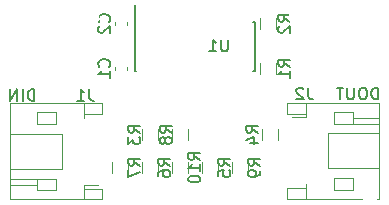
<source format=gbo>
G04 #@! TF.GenerationSoftware,KiCad,Pcbnew,(5.1.6)-1*
G04 #@! TF.CreationDate,2021-03-27T23:13:27-04:00*
G04 #@! TF.ProjectId,tm3130-2481bs,746d3331-3330-42d3-9234-383162732e6b,rev?*
G04 #@! TF.SameCoordinates,Original*
G04 #@! TF.FileFunction,Legend,Bot*
G04 #@! TF.FilePolarity,Positive*
%FSLAX46Y46*%
G04 Gerber Fmt 4.6, Leading zero omitted, Abs format (unit mm)*
G04 Created by KiCad (PCBNEW (5.1.6)-1) date 2021-03-27 23:13:27*
%MOMM*%
%LPD*%
G01*
G04 APERTURE LIST*
%ADD10C,0.150000*%
%ADD11C,0.120000*%
%ADD12R,1.626000X1.626000*%
%ADD13C,1.626000*%
%ADD14R,1.002000X0.602000*%
%ADD15R,0.702000X1.602000*%
%ADD16C,3.302000*%
%ADD17O,1.852000X1.302000*%
%ADD18C,1.448000*%
G04 APERTURE END LIST*
D10*
X150915476Y-48966380D02*
X150915476Y-47966380D01*
X150677380Y-47966380D01*
X150534523Y-48014000D01*
X150439285Y-48109238D01*
X150391666Y-48204476D01*
X150344047Y-48394952D01*
X150344047Y-48537809D01*
X150391666Y-48728285D01*
X150439285Y-48823523D01*
X150534523Y-48918761D01*
X150677380Y-48966380D01*
X150915476Y-48966380D01*
X149725000Y-47966380D02*
X149534523Y-47966380D01*
X149439285Y-48014000D01*
X149344047Y-48109238D01*
X149296428Y-48299714D01*
X149296428Y-48633047D01*
X149344047Y-48823523D01*
X149439285Y-48918761D01*
X149534523Y-48966380D01*
X149725000Y-48966380D01*
X149820238Y-48918761D01*
X149915476Y-48823523D01*
X149963095Y-48633047D01*
X149963095Y-48299714D01*
X149915476Y-48109238D01*
X149820238Y-48014000D01*
X149725000Y-47966380D01*
X148867857Y-47966380D02*
X148867857Y-48775904D01*
X148820238Y-48871142D01*
X148772619Y-48918761D01*
X148677380Y-48966380D01*
X148486904Y-48966380D01*
X148391666Y-48918761D01*
X148344047Y-48871142D01*
X148296428Y-48775904D01*
X148296428Y-47966380D01*
X147963095Y-47966380D02*
X147391666Y-47966380D01*
X147677380Y-48966380D02*
X147677380Y-47966380D01*
X121800809Y-49093380D02*
X121800809Y-48093380D01*
X121562714Y-48093380D01*
X121419857Y-48141000D01*
X121324619Y-48236238D01*
X121277000Y-48331476D01*
X121229380Y-48521952D01*
X121229380Y-48664809D01*
X121277000Y-48855285D01*
X121324619Y-48950523D01*
X121419857Y-49045761D01*
X121562714Y-49093380D01*
X121800809Y-49093380D01*
X120800809Y-49093380D02*
X120800809Y-48093380D01*
X120324619Y-49093380D02*
X120324619Y-48093380D01*
X119753190Y-49093380D01*
X119753190Y-48093380D01*
D11*
X128649000Y-42707779D02*
X128649000Y-42382221D01*
X129669000Y-42707779D02*
X129669000Y-42382221D01*
X128649000Y-46192221D02*
X128649000Y-46517779D01*
X129669000Y-46192221D02*
X129669000Y-46517779D01*
X140925000Y-45855000D02*
X140925000Y-46855000D01*
X142285000Y-46855000D02*
X142285000Y-45855000D01*
X142285000Y-43045000D02*
X142285000Y-42045000D01*
X140925000Y-42045000D02*
X140925000Y-43045000D01*
D10*
X130307000Y-42375000D02*
X130332000Y-42375000D01*
X130307000Y-46525000D02*
X130412000Y-46525000D01*
X140457000Y-46525000D02*
X140352000Y-46525000D01*
X140457000Y-42375000D02*
X140352000Y-42375000D01*
X130307000Y-42375000D02*
X130307000Y-46525000D01*
X140457000Y-42375000D02*
X140457000Y-46525000D01*
X130332000Y-42375000D02*
X130332000Y-41000000D01*
D11*
X125971000Y-56232000D02*
X125971000Y-56512000D01*
X125971000Y-56512000D02*
X127571000Y-56512000D01*
X127571000Y-56512000D02*
X127571000Y-57432000D01*
X127571000Y-57432000D02*
X119751000Y-57432000D01*
X119751000Y-57432000D02*
X119751000Y-49312000D01*
X119751000Y-49312000D02*
X127571000Y-49312000D01*
X127571000Y-49312000D02*
X127571000Y-50232000D01*
X127571000Y-50232000D02*
X125971000Y-50232000D01*
X125971000Y-50232000D02*
X125971000Y-50512000D01*
X119751000Y-54872000D02*
X124111000Y-54872000D01*
X124111000Y-54872000D02*
X124111000Y-51872000D01*
X124111000Y-51872000D02*
X119751000Y-51872000D01*
X125971000Y-57432000D02*
X125971000Y-56512000D01*
X125971000Y-49312000D02*
X125971000Y-50232000D01*
X123611000Y-56672000D02*
X122011000Y-56672000D01*
X122011000Y-56672000D02*
X122011000Y-55672000D01*
X122011000Y-55672000D02*
X123611000Y-55672000D01*
X123611000Y-55672000D02*
X123611000Y-56672000D01*
X123611000Y-50072000D02*
X122011000Y-50072000D01*
X122011000Y-50072000D02*
X122011000Y-51072000D01*
X122011000Y-51072000D02*
X123611000Y-51072000D01*
X123611000Y-51072000D02*
X123611000Y-50072000D01*
X122011000Y-55672000D02*
X119751000Y-55672000D01*
X122011000Y-56172000D02*
X119751000Y-56172000D01*
X125971000Y-56232000D02*
X127186000Y-56232000D01*
X144793000Y-50448000D02*
X143578000Y-50448000D01*
X148753000Y-50508000D02*
X151013000Y-50508000D01*
X148753000Y-51008000D02*
X151013000Y-51008000D01*
X147153000Y-55608000D02*
X147153000Y-56608000D01*
X148753000Y-55608000D02*
X147153000Y-55608000D01*
X148753000Y-56608000D02*
X148753000Y-55608000D01*
X147153000Y-56608000D02*
X148753000Y-56608000D01*
X147153000Y-51008000D02*
X147153000Y-50008000D01*
X148753000Y-51008000D02*
X147153000Y-51008000D01*
X148753000Y-50008000D02*
X148753000Y-51008000D01*
X147153000Y-50008000D02*
X148753000Y-50008000D01*
X144793000Y-57368000D02*
X144793000Y-56448000D01*
X144793000Y-49248000D02*
X144793000Y-50168000D01*
X146653000Y-54808000D02*
X151013000Y-54808000D01*
X146653000Y-51808000D02*
X146653000Y-54808000D01*
X151013000Y-51808000D02*
X146653000Y-51808000D01*
X144793000Y-56448000D02*
X144793000Y-56168000D01*
X143193000Y-56448000D02*
X144793000Y-56448000D01*
X143193000Y-57368000D02*
X143193000Y-56448000D01*
X151013000Y-57368000D02*
X143193000Y-57368000D01*
X151013000Y-49248000D02*
X151013000Y-57368000D01*
X143193000Y-49248000D02*
X151013000Y-49248000D01*
X143193000Y-50168000D02*
X143193000Y-49248000D01*
X144793000Y-50168000D02*
X143193000Y-50168000D01*
X144793000Y-50448000D02*
X144793000Y-50168000D01*
X130892000Y-51443000D02*
X130892000Y-52443000D01*
X132252000Y-52443000D02*
X132252000Y-51443000D01*
X142412000Y-52443000D02*
X142412000Y-51443000D01*
X141052000Y-51443000D02*
X141052000Y-52443000D01*
X137332000Y-55237000D02*
X137332000Y-54237000D01*
X135972000Y-54237000D02*
X135972000Y-55237000D01*
X130892000Y-54237000D02*
X130892000Y-55237000D01*
X132252000Y-55237000D02*
X132252000Y-54237000D01*
X129712000Y-55237000D02*
X129712000Y-54237000D01*
X128352000Y-54237000D02*
X128352000Y-55237000D01*
X134792000Y-52443000D02*
X134792000Y-51443000D01*
X133432000Y-51443000D02*
X133432000Y-52443000D01*
X139872000Y-55237000D02*
X139872000Y-54237000D01*
X138512000Y-54237000D02*
X138512000Y-55237000D01*
X133432000Y-54237000D02*
X133432000Y-55237000D01*
X134792000Y-55237000D02*
X134792000Y-54237000D01*
D10*
X128119142Y-42378333D02*
X128166761Y-42330714D01*
X128214380Y-42187857D01*
X128214380Y-42092619D01*
X128166761Y-41949761D01*
X128071523Y-41854523D01*
X127976285Y-41806904D01*
X127785809Y-41759285D01*
X127642952Y-41759285D01*
X127452476Y-41806904D01*
X127357238Y-41854523D01*
X127262000Y-41949761D01*
X127214380Y-42092619D01*
X127214380Y-42187857D01*
X127262000Y-42330714D01*
X127309619Y-42378333D01*
X127309619Y-42759285D02*
X127262000Y-42806904D01*
X127214380Y-42902142D01*
X127214380Y-43140238D01*
X127262000Y-43235476D01*
X127309619Y-43283095D01*
X127404857Y-43330714D01*
X127500095Y-43330714D01*
X127642952Y-43283095D01*
X128214380Y-42711666D01*
X128214380Y-43330714D01*
X128119142Y-46188333D02*
X128166761Y-46140714D01*
X128214380Y-45997857D01*
X128214380Y-45902619D01*
X128166761Y-45759761D01*
X128071523Y-45664523D01*
X127976285Y-45616904D01*
X127785809Y-45569285D01*
X127642952Y-45569285D01*
X127452476Y-45616904D01*
X127357238Y-45664523D01*
X127262000Y-45759761D01*
X127214380Y-45902619D01*
X127214380Y-45997857D01*
X127262000Y-46140714D01*
X127309619Y-46188333D01*
X128214380Y-47140714D02*
X128214380Y-46569285D01*
X128214380Y-46855000D02*
X127214380Y-46855000D01*
X127357238Y-46759761D01*
X127452476Y-46664523D01*
X127500095Y-46569285D01*
X143454380Y-46188333D02*
X142978190Y-45855000D01*
X143454380Y-45616904D02*
X142454380Y-45616904D01*
X142454380Y-45997857D01*
X142502000Y-46093095D01*
X142549619Y-46140714D01*
X142644857Y-46188333D01*
X142787714Y-46188333D01*
X142882952Y-46140714D01*
X142930571Y-46093095D01*
X142978190Y-45997857D01*
X142978190Y-45616904D01*
X143454380Y-47140714D02*
X143454380Y-46569285D01*
X143454380Y-46855000D02*
X142454380Y-46855000D01*
X142597238Y-46759761D01*
X142692476Y-46664523D01*
X142740095Y-46569285D01*
X143454380Y-42378333D02*
X142978190Y-42045000D01*
X143454380Y-41806904D02*
X142454380Y-41806904D01*
X142454380Y-42187857D01*
X142502000Y-42283095D01*
X142549619Y-42330714D01*
X142644857Y-42378333D01*
X142787714Y-42378333D01*
X142882952Y-42330714D01*
X142930571Y-42283095D01*
X142978190Y-42187857D01*
X142978190Y-41806904D01*
X142549619Y-42759285D02*
X142502000Y-42806904D01*
X142454380Y-42902142D01*
X142454380Y-43140238D01*
X142502000Y-43235476D01*
X142549619Y-43283095D01*
X142644857Y-43330714D01*
X142740095Y-43330714D01*
X142882952Y-43283095D01*
X143454380Y-42711666D01*
X143454380Y-43330714D01*
X138175904Y-43902380D02*
X138175904Y-44711904D01*
X138128285Y-44807142D01*
X138080666Y-44854761D01*
X137985428Y-44902380D01*
X137794952Y-44902380D01*
X137699714Y-44854761D01*
X137652095Y-44807142D01*
X137604476Y-44711904D01*
X137604476Y-43902380D01*
X136604476Y-44902380D02*
X137175904Y-44902380D01*
X136890190Y-44902380D02*
X136890190Y-43902380D01*
X136985428Y-44045238D01*
X137080666Y-44140476D01*
X137175904Y-44188095D01*
X126444333Y-48093380D02*
X126444333Y-48807666D01*
X126491952Y-48950523D01*
X126587190Y-49045761D01*
X126730047Y-49093380D01*
X126825285Y-49093380D01*
X125444333Y-49093380D02*
X126015761Y-49093380D01*
X125730047Y-49093380D02*
X125730047Y-48093380D01*
X125825285Y-48236238D01*
X125920523Y-48331476D01*
X126015761Y-48379095D01*
X144986333Y-47966380D02*
X144986333Y-48680666D01*
X145033952Y-48823523D01*
X145129190Y-48918761D01*
X145272047Y-48966380D01*
X145367285Y-48966380D01*
X144557761Y-48061619D02*
X144510142Y-48014000D01*
X144414904Y-47966380D01*
X144176809Y-47966380D01*
X144081571Y-48014000D01*
X144033952Y-48061619D01*
X143986333Y-48156857D01*
X143986333Y-48252095D01*
X144033952Y-48394952D01*
X144605380Y-48966380D01*
X143986333Y-48966380D01*
X130754380Y-51776333D02*
X130278190Y-51443000D01*
X130754380Y-51204904D02*
X129754380Y-51204904D01*
X129754380Y-51585857D01*
X129802000Y-51681095D01*
X129849619Y-51728714D01*
X129944857Y-51776333D01*
X130087714Y-51776333D01*
X130182952Y-51728714D01*
X130230571Y-51681095D01*
X130278190Y-51585857D01*
X130278190Y-51204904D01*
X129754380Y-52109666D02*
X129754380Y-52728714D01*
X130135333Y-52395380D01*
X130135333Y-52538238D01*
X130182952Y-52633476D01*
X130230571Y-52681095D01*
X130325809Y-52728714D01*
X130563904Y-52728714D01*
X130659142Y-52681095D01*
X130706761Y-52633476D01*
X130754380Y-52538238D01*
X130754380Y-52252523D01*
X130706761Y-52157285D01*
X130659142Y-52109666D01*
X140734380Y-51776333D02*
X140258190Y-51443000D01*
X140734380Y-51204904D02*
X139734380Y-51204904D01*
X139734380Y-51585857D01*
X139782000Y-51681095D01*
X139829619Y-51728714D01*
X139924857Y-51776333D01*
X140067714Y-51776333D01*
X140162952Y-51728714D01*
X140210571Y-51681095D01*
X140258190Y-51585857D01*
X140258190Y-51204904D01*
X140067714Y-52633476D02*
X140734380Y-52633476D01*
X139686761Y-52395380D02*
X140401047Y-52157285D01*
X140401047Y-52776333D01*
X138374380Y-54570333D02*
X137898190Y-54237000D01*
X138374380Y-53998904D02*
X137374380Y-53998904D01*
X137374380Y-54379857D01*
X137422000Y-54475095D01*
X137469619Y-54522714D01*
X137564857Y-54570333D01*
X137707714Y-54570333D01*
X137802952Y-54522714D01*
X137850571Y-54475095D01*
X137898190Y-54379857D01*
X137898190Y-53998904D01*
X137374380Y-55475095D02*
X137374380Y-54998904D01*
X137850571Y-54951285D01*
X137802952Y-54998904D01*
X137755333Y-55094142D01*
X137755333Y-55332238D01*
X137802952Y-55427476D01*
X137850571Y-55475095D01*
X137945809Y-55522714D01*
X138183904Y-55522714D01*
X138279142Y-55475095D01*
X138326761Y-55427476D01*
X138374380Y-55332238D01*
X138374380Y-55094142D01*
X138326761Y-54998904D01*
X138279142Y-54951285D01*
X133294380Y-54570333D02*
X132818190Y-54237000D01*
X133294380Y-53998904D02*
X132294380Y-53998904D01*
X132294380Y-54379857D01*
X132342000Y-54475095D01*
X132389619Y-54522714D01*
X132484857Y-54570333D01*
X132627714Y-54570333D01*
X132722952Y-54522714D01*
X132770571Y-54475095D01*
X132818190Y-54379857D01*
X132818190Y-53998904D01*
X132294380Y-55427476D02*
X132294380Y-55237000D01*
X132342000Y-55141761D01*
X132389619Y-55094142D01*
X132532476Y-54998904D01*
X132722952Y-54951285D01*
X133103904Y-54951285D01*
X133199142Y-54998904D01*
X133246761Y-55046523D01*
X133294380Y-55141761D01*
X133294380Y-55332238D01*
X133246761Y-55427476D01*
X133199142Y-55475095D01*
X133103904Y-55522714D01*
X132865809Y-55522714D01*
X132770571Y-55475095D01*
X132722952Y-55427476D01*
X132675333Y-55332238D01*
X132675333Y-55141761D01*
X132722952Y-55046523D01*
X132770571Y-54998904D01*
X132865809Y-54951285D01*
X130754380Y-54570333D02*
X130278190Y-54237000D01*
X130754380Y-53998904D02*
X129754380Y-53998904D01*
X129754380Y-54379857D01*
X129802000Y-54475095D01*
X129849619Y-54522714D01*
X129944857Y-54570333D01*
X130087714Y-54570333D01*
X130182952Y-54522714D01*
X130230571Y-54475095D01*
X130278190Y-54379857D01*
X130278190Y-53998904D01*
X129754380Y-54903666D02*
X129754380Y-55570333D01*
X130754380Y-55141761D01*
X133421380Y-51776333D02*
X132945190Y-51443000D01*
X133421380Y-51204904D02*
X132421380Y-51204904D01*
X132421380Y-51585857D01*
X132469000Y-51681095D01*
X132516619Y-51728714D01*
X132611857Y-51776333D01*
X132754714Y-51776333D01*
X132849952Y-51728714D01*
X132897571Y-51681095D01*
X132945190Y-51585857D01*
X132945190Y-51204904D01*
X132849952Y-52347761D02*
X132802333Y-52252523D01*
X132754714Y-52204904D01*
X132659476Y-52157285D01*
X132611857Y-52157285D01*
X132516619Y-52204904D01*
X132469000Y-52252523D01*
X132421380Y-52347761D01*
X132421380Y-52538238D01*
X132469000Y-52633476D01*
X132516619Y-52681095D01*
X132611857Y-52728714D01*
X132659476Y-52728714D01*
X132754714Y-52681095D01*
X132802333Y-52633476D01*
X132849952Y-52538238D01*
X132849952Y-52347761D01*
X132897571Y-52252523D01*
X132945190Y-52204904D01*
X133040428Y-52157285D01*
X133230904Y-52157285D01*
X133326142Y-52204904D01*
X133373761Y-52252523D01*
X133421380Y-52347761D01*
X133421380Y-52538238D01*
X133373761Y-52633476D01*
X133326142Y-52681095D01*
X133230904Y-52728714D01*
X133040428Y-52728714D01*
X132945190Y-52681095D01*
X132897571Y-52633476D01*
X132849952Y-52538238D01*
X140914380Y-54570333D02*
X140438190Y-54237000D01*
X140914380Y-53998904D02*
X139914380Y-53998904D01*
X139914380Y-54379857D01*
X139962000Y-54475095D01*
X140009619Y-54522714D01*
X140104857Y-54570333D01*
X140247714Y-54570333D01*
X140342952Y-54522714D01*
X140390571Y-54475095D01*
X140438190Y-54379857D01*
X140438190Y-53998904D01*
X140914380Y-55046523D02*
X140914380Y-55237000D01*
X140866761Y-55332238D01*
X140819142Y-55379857D01*
X140676285Y-55475095D01*
X140485809Y-55522714D01*
X140104857Y-55522714D01*
X140009619Y-55475095D01*
X139962000Y-55427476D01*
X139914380Y-55332238D01*
X139914380Y-55141761D01*
X139962000Y-55046523D01*
X140009619Y-54998904D01*
X140104857Y-54951285D01*
X140342952Y-54951285D01*
X140438190Y-54998904D01*
X140485809Y-55046523D01*
X140533428Y-55141761D01*
X140533428Y-55332238D01*
X140485809Y-55427476D01*
X140438190Y-55475095D01*
X140342952Y-55522714D01*
X135834380Y-54094142D02*
X135358190Y-53760809D01*
X135834380Y-53522714D02*
X134834380Y-53522714D01*
X134834380Y-53903666D01*
X134882000Y-53998904D01*
X134929619Y-54046523D01*
X135024857Y-54094142D01*
X135167714Y-54094142D01*
X135262952Y-54046523D01*
X135310571Y-53998904D01*
X135358190Y-53903666D01*
X135358190Y-53522714D01*
X135834380Y-55046523D02*
X135834380Y-54475095D01*
X135834380Y-54760809D02*
X134834380Y-54760809D01*
X134977238Y-54665571D01*
X135072476Y-54570333D01*
X135120095Y-54475095D01*
X134834380Y-55665571D02*
X134834380Y-55760809D01*
X134882000Y-55856047D01*
X134929619Y-55903666D01*
X135024857Y-55951285D01*
X135215333Y-55998904D01*
X135453428Y-55998904D01*
X135643904Y-55951285D01*
X135739142Y-55903666D01*
X135786761Y-55856047D01*
X135834380Y-55760809D01*
X135834380Y-55665571D01*
X135786761Y-55570333D01*
X135739142Y-55522714D01*
X135643904Y-55475095D01*
X135453428Y-55427476D01*
X135215333Y-55427476D01*
X135024857Y-55475095D01*
X134929619Y-55522714D01*
X134882000Y-55570333D01*
X134834380Y-55665571D01*
%LPC*%
D12*
X129032000Y-57150000D03*
D13*
X131572000Y-57150000D03*
X134112000Y-57150000D03*
X136652000Y-57150000D03*
X139192000Y-57150000D03*
X141732000Y-57150000D03*
X141732000Y-49530000D03*
X139192000Y-49530000D03*
X136652000Y-49530000D03*
X134112000Y-49530000D03*
X131572000Y-49530000D03*
X129032000Y-49530000D03*
G36*
G01*
X129440750Y-42246000D02*
X128877250Y-42246000D01*
G75*
G02*
X128633000Y-42001750I0J244250D01*
G01*
X128633000Y-41513250D01*
G75*
G02*
X128877250Y-41269000I244250J0D01*
G01*
X129440750Y-41269000D01*
G75*
G02*
X129685000Y-41513250I0J-244250D01*
G01*
X129685000Y-42001750D01*
G75*
G02*
X129440750Y-42246000I-244250J0D01*
G01*
G37*
G36*
G01*
X129440750Y-43821000D02*
X128877250Y-43821000D01*
G75*
G02*
X128633000Y-43576750I0J244250D01*
G01*
X128633000Y-43088250D01*
G75*
G02*
X128877250Y-42844000I244250J0D01*
G01*
X129440750Y-42844000D01*
G75*
G02*
X129685000Y-43088250I0J-244250D01*
G01*
X129685000Y-43576750D01*
G75*
G02*
X129440750Y-43821000I-244250J0D01*
G01*
G37*
G36*
G01*
X128877250Y-45079000D02*
X129440750Y-45079000D01*
G75*
G02*
X129685000Y-45323250I0J-244250D01*
G01*
X129685000Y-45811750D01*
G75*
G02*
X129440750Y-46056000I-244250J0D01*
G01*
X128877250Y-46056000D01*
G75*
G02*
X128633000Y-45811750I0J244250D01*
G01*
X128633000Y-45323250D01*
G75*
G02*
X128877250Y-45079000I244250J0D01*
G01*
G37*
G36*
G01*
X128877250Y-46654000D02*
X129440750Y-46654000D01*
G75*
G02*
X129685000Y-46898250I0J-244250D01*
G01*
X129685000Y-47386750D01*
G75*
G02*
X129440750Y-47631000I-244250J0D01*
G01*
X128877250Y-47631000D01*
G75*
G02*
X128633000Y-47386750I0J244250D01*
G01*
X128633000Y-46898250D01*
G75*
G02*
X128877250Y-46654000I244250J0D01*
G01*
G37*
D14*
X141605000Y-47105000D03*
X141605000Y-45605000D03*
X141605000Y-41795000D03*
X141605000Y-43295000D03*
D15*
X130937000Y-41750000D03*
X132207000Y-41750000D03*
X133477000Y-41750000D03*
X134747000Y-41750000D03*
X136017000Y-41750000D03*
X137287000Y-41750000D03*
X138557000Y-41750000D03*
X139827000Y-41750000D03*
X139827000Y-47150000D03*
X138557000Y-47150000D03*
X137287000Y-47150000D03*
X136017000Y-47150000D03*
X134747000Y-47150000D03*
X133477000Y-47150000D03*
X132207000Y-47150000D03*
X130937000Y-47150000D03*
D16*
X148082000Y-44323000D03*
X122682000Y-44323000D03*
G36*
G01*
X126765751Y-56023000D02*
X125456249Y-56023000D01*
G75*
G02*
X125185000Y-55751751I0J271249D01*
G01*
X125185000Y-54992249D01*
G75*
G02*
X125456249Y-54721000I271249J0D01*
G01*
X126765751Y-54721000D01*
G75*
G02*
X127037000Y-54992249I0J-271249D01*
G01*
X127037000Y-55751751D01*
G75*
G02*
X126765751Y-56023000I-271249J0D01*
G01*
G37*
D17*
X126111000Y-53372000D03*
X126111000Y-51372000D03*
X144653000Y-55308000D03*
X144653000Y-53308000D03*
G36*
G01*
X143998249Y-50657000D02*
X145307751Y-50657000D01*
G75*
G02*
X145579000Y-50928249I0J-271249D01*
G01*
X145579000Y-51687751D01*
G75*
G02*
X145307751Y-51959000I-271249J0D01*
G01*
X143998249Y-51959000D01*
G75*
G02*
X143727000Y-51687751I0J271249D01*
G01*
X143727000Y-50928249D01*
G75*
G02*
X143998249Y-50657000I271249J0D01*
G01*
G37*
D14*
X131572000Y-52693000D03*
X131572000Y-51193000D03*
X141732000Y-51193000D03*
X141732000Y-52693000D03*
X136652000Y-53987000D03*
X136652000Y-55487000D03*
X131572000Y-55487000D03*
X131572000Y-53987000D03*
X129032000Y-53987000D03*
X129032000Y-55487000D03*
X134112000Y-51193000D03*
X134112000Y-52693000D03*
X139192000Y-53987000D03*
X139192000Y-55487000D03*
X134112000Y-55487000D03*
X134112000Y-53987000D03*
D18*
X126600000Y-42000000D03*
X144000000Y-42000000D03*
X150200000Y-57000000D03*
M02*

</source>
